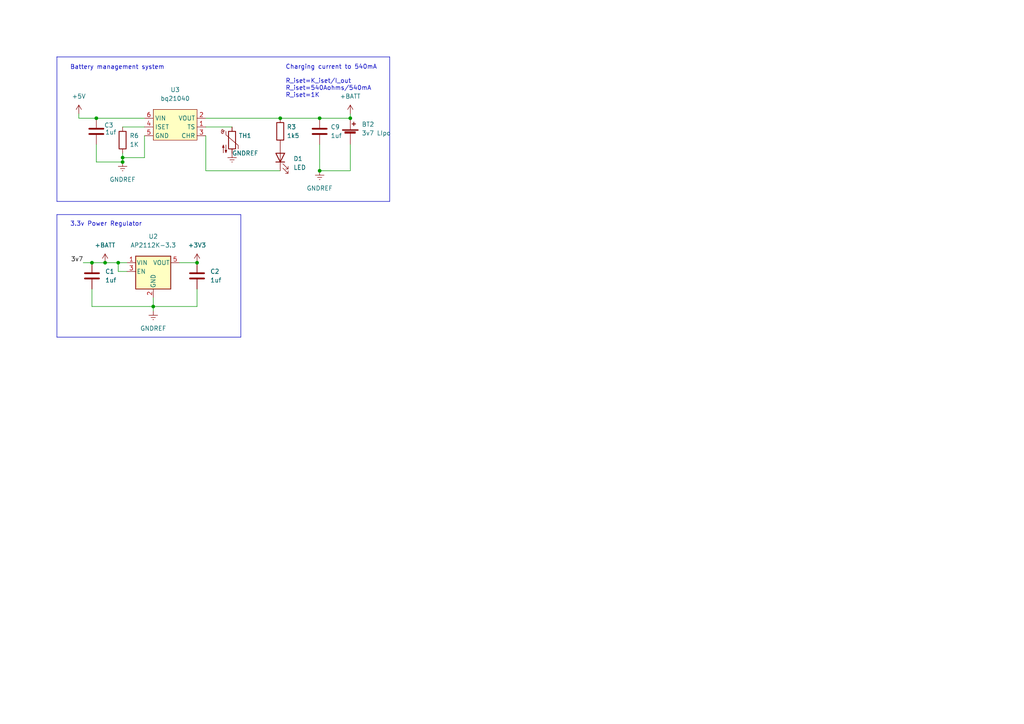
<source format=kicad_sch>
(kicad_sch (version 20230121) (generator eeschema)
  (paper "A4")
  (lib_symbols
    (symbol "Device:Battery_Cell" (pin_numbers hide) (pin_names (offset 0) hide)
      (property "Reference" "BT" (at 2.54 2.54 0))
      (property "Value" "Battery_Cell" (at 2.54 0 0))
      (symbol "Battery_Cell_0_1"
        (rectangle (start -2.286 1.778) (end 2.286 1.524) (fill (type outline)))
        (rectangle (start -1.5748 1.1938) (end 1.4732 0.6858) (fill (type outline)))
        (polyline (pts (xy 0 0.762) (xy 0 0)))
        (polyline (pts (xy 0 1.778) (xy 0 2.54)))
        (polyline (pts (xy 0.508 3.429) (xy 1.524 3.429)) (stroke (width 0.254)))
        (polyline (pts (xy 1.016 3.937) (xy 1.016 2.921)) (stroke (width 0.254)))
      )
      (symbol "Battery_Cell_1_1"
        (pin passive line (at 0 5.08 270) (length 2.54) (name "+") (number "1"))
        (pin passive line (at 0 -2.54 90) (length 2.54) (name "-") (number "2"))
      )
    )
    (symbol "Device:C" (pin_numbers hide) (pin_names (offset 0.254))
      (property "Reference" "C" (at 0.635 2.54 0))
      (property "Value" "C" (at 0.635 -2.54 0))
      (symbol "C_0_1"
        (polyline (pts (xy -2.032 -0.762) (xy 2.032 -0.762)) (stroke (width 0.508)))
        (polyline (pts (xy -2.032 0.762) (xy 2.032 0.762)) (stroke (width 0.508)))
      )
      (symbol "C_1_1"
        (pin passive line (at 0 3.81 270) (length 2.794) (name "~") (number "1"))
        (pin passive line (at 0 -3.81 90) (length 2.794) (name "~") (number "2"))
      )
    )
    (symbol "Device:LED" (pin_numbers hide) (pin_names (offset 1.016) hide)
      (property "Reference" "D" (at 0 2.54 0))
      (property "Value" "LED" (at 0 -2.54 0))
      (symbol "LED_0_1"
        (polyline (pts (xy -1.27 -1.27) (xy -1.27 1.27)) (stroke (width 0.254)))
        (polyline (pts (xy -1.27 0) (xy 1.27 0)))
        (polyline (pts (xy 1.27 -1.27) (xy 1.27 1.27) (xy -1.27 0) (xy 1.27 -1.27)) (stroke (width 0.254)))
        (polyline (pts (xy -3.048 -0.762) (xy -4.572 -2.286) (xy -3.81 -2.286) (xy -4.572 -2.286) (xy -4.572 -1.524)))
        (polyline (pts (xy -1.778 -0.762) (xy -3.302 -2.286) (xy -2.54 -2.286) (xy -3.302 -2.286) (xy -3.302 -1.524)))
      )
      (symbol "LED_1_1"
        (pin passive line (at -3.81 0 0) (length 2.54) (name "K") (number "1"))
        (pin passive line (at 3.81 0 180) (length 2.54) (name "A") (number "2"))
      )
    )
    (symbol "Device:R" (pin_numbers hide) (pin_names (offset 0))
      (property "Reference" "R" (at 2.032 0 90))
      (property "Value" "R" (at 0 0 90))
      (symbol "R_0_1"
        (rectangle (start -1.016 -2.54) (end 1.016 2.54) (stroke (width 0.254)))
      )
      (symbol "R_1_1"
        (pin passive line (at 0 3.81 270) (length 1.27) (name "~") (number "1"))
        (pin passive line (at 0 -3.81 90) (length 1.27) (name "~") (number "2"))
      )
    )
    (symbol "Device:Thermistor_NTC" (pin_numbers hide) (pin_names (offset 0))
      (property "Reference" "TH" (at -4.445 0 90))
      (property "Value" "Thermistor_NTC" (at 3.175 0 90))
      (symbol "Thermistor_NTC_0_1"
        (arc (start -3.048 2.159) (mid -3.0495 2.3143) (end -3.175 2.413))
        (arc (start -3.048 2.159) (mid -2.9736 1.9794) (end -2.794 1.905))
        (arc (start -3.048 2.794) (mid -2.9736 2.6144) (end -2.794 2.54))
        (arc (start -2.794 1.905) (mid -2.6144 1.9794) (end -2.54 2.159))
        (arc (start -2.794 2.54) (mid -2.4393 2.5587) (end -2.159 2.794))
        (arc (start -2.794 3.048) (mid -2.9736 2.9736) (end -3.048 2.794))
        (arc (start -2.54 2.794) (mid -2.6144 2.9736) (end -2.794 3.048))
        (rectangle (start -1.016 2.54) (end 1.016 -2.54) (stroke (width 0.254)))
        (polyline (pts (xy -2.54 2.159) (xy -2.54 2.794)))
        (polyline (pts (xy -1.778 2.54) (xy -1.778 1.524) (xy 1.778 -1.524) (xy 1.778 -2.54)))
        (polyline (pts (xy -2.54 -3.683) (xy -2.54 -1.397) (xy -2.794 -2.159) (xy -2.286 -2.159) (xy -2.54 -1.397) (xy -2.54 -1.651)) (fill (type outline)))
        (polyline (pts (xy -1.778 -1.397) (xy -1.778 -3.683) (xy -2.032 -2.921) (xy -1.524 -2.921) (xy -1.778 -3.683) (xy -1.778 -3.429)) (fill (type outline)))
      )
      (symbol "Thermistor_NTC_1_1"
        (pin passive line (at 0 3.81 270) (length 1.27) (name "~") (number "1"))
        (pin passive line (at 0 -3.81 90) (length 1.27) (name "~") (number "2"))
      )
    )
    (symbol "LCD_IIC_12864:bq21040"
      (property "Reference" "U" (at 0 8.89 0))
      (property "Value" "bq21040" (at 0 6.35 0))
      (symbol "bq21040_0_1"
        (rectangle (start -6.35 3.81) (end 6.35 -5.08) (fill (type background)))
      )
      (symbol "bq21040_1_1"
        (pin input line (at 8.89 -1.27 180) (length 2.54) (name "TS") (number "1"))
        (pin output line (at 8.89 1.27 180) (length 2.54) (name "VOUT") (number "2"))
        (pin output line (at 8.89 -3.81 180) (length 2.54) (name "CHR") (number "3"))
        (pin input line (at -8.89 -1.27 0) (length 2.54) (name "ISET") (number "4"))
        (pin input line (at -8.89 -3.81 0) (length 2.54) (name "GND") (number "5"))
        (pin input line (at -8.89 1.27 0) (length 2.54) (name "VIN") (number "6"))
      )
    )
    (symbol "Regulator_Linear:AP2112K-3.3" (pin_names (offset 0.254))
      (property "Reference" "U" (at -5.08 5.715 0))
      (property "Value" "AP2112K-3.3" (at 0 5.715 0))
      (symbol "AP2112K-3.3_0_1"
        (rectangle (start -5.08 4.445) (end 5.08 -5.08) (stroke (width 0.254)) (fill (type background)))
      )
      (symbol "AP2112K-3.3_1_1"
        (pin power_in line (at -7.62 2.54 0) (length 2.54) (name "VIN") (number "1"))
        (pin power_in line (at 0 -7.62 90) (length 2.54) (name "GND") (number "2"))
        (pin input line (at -7.62 0 0) (length 2.54) (name "EN") (number "3"))
        (pin no_connect line (at 5.08 0 180) (length 2.54) hide (name "NC") (number "4"))
        (pin power_out line (at 7.62 2.54 180) (length 2.54) (name "VOUT") (number "5"))
      )
    )
    (symbol "power:+3V3" (power) (pin_names (offset 0))
      (property "Value" "+3V3" (at 0 3.556 0))
      (symbol "+3V3_0_1"
        (polyline (pts (xy -0.762 1.27) (xy 0 2.54)))
        (polyline (pts (xy 0 0) (xy 0 2.54)))
        (polyline (pts (xy 0 2.54) (xy 0.762 1.27)))
      )
      (symbol "+3V3_1_1"
        (pin power_in line (at 0 0 90) (length 0) hide (name "+3V3") (number "1"))
      )
    )
    (symbol "power:+5V" (power) (pin_names (offset 0))
      (property "Value" "+5V" (at 0 3.556 0))
      (symbol "+5V_0_1"
        (polyline (pts (xy -0.762 1.27) (xy 0 2.54)))
        (polyline (pts (xy 0 0) (xy 0 2.54)))
        (polyline (pts (xy 0 2.54) (xy 0.762 1.27)))
      )
      (symbol "+5V_1_1"
        (pin power_in line (at 0 0 90) (length 0) hide (name "+5V") (number "1"))
      )
    )
    (symbol "power:+BATT" (power) (pin_names (offset 0))
      (property "Value" "+BATT" (at 0 3.556 0))
      (symbol "+BATT_0_1"
        (polyline (pts (xy -0.762 1.27) (xy 0 2.54)))
        (polyline (pts (xy 0 0) (xy 0 2.54)))
        (polyline (pts (xy 0 2.54) (xy 0.762 1.27)))
      )
      (symbol "+BATT_1_1"
        (pin power_in line (at 0 0 90) (length 0) hide (name "+BATT") (number "1"))
      )
    )
    (symbol "power:GNDREF" (power) (pin_names (offset 0))
      (property "Value" "GNDREF" (at 0 -3.81 0))
      (symbol "GNDREF_0_1"
        (polyline (pts (xy -0.635 -1.905) (xy 0.635 -1.905)))
        (polyline (pts (xy -0.127 -2.54) (xy 0.127 -2.54)))
        (polyline (pts (xy 0 -1.27) (xy 0 0)))
        (polyline (pts (xy 1.27 -1.27) (xy -1.27 -1.27)))
      )
      (symbol "GNDREF_1_1"
        (pin power_in line (at 0 0 270) (length 0) hide (name "GNDREF") (number "1"))
      )
    )
  )
  (junction (at 57.15 76.2))
  (junction (at 101.6 34.29))
  (junction (at 44.45 88.9))
  (junction (at 26.67 76.2))
  (junction (at 27.94 34.29))
  (junction (at 34.29 76.2))
  (junction (at 92.71 34.29))
  (junction (at 81.28 34.29))
  (junction (at 30.48 76.2))
  (junction (at 35.56 45.72))
  (junction (at 35.56 46.99))
  (junction (at 92.71 49.53))
  (wire (pts (xy 35.56 45.72) (xy 35.56 46.99)))
  (wire (pts (xy 101.6 33.02) (xy 101.6 34.29)))
  (polyline (pts (xy 16.51 16.51) (xy 113.03 16.51)))
  (wire (pts (xy 59.69 39.37) (xy 59.69 49.53)))
  (wire (pts (xy 92.71 41.91) (xy 92.71 49.53)))
  (wire (pts (xy 22.86 34.29) (xy 27.94 34.29)))
  (wire (pts (xy 26.67 88.9) (xy 44.45 88.9)))
  (wire (pts (xy 41.91 45.72) (xy 35.56 45.72)))
  (polyline (pts (xy 113.03 58.42) (xy 16.51 58.42)))
  (wire (pts (xy 52.07 76.2) (xy 57.15 76.2)))
  (wire (pts (xy 35.56 44.45) (xy 35.56 45.72)))
  (wire (pts (xy 44.45 88.9) (xy 44.45 90.17)))
  (wire (pts (xy 81.28 34.29) (xy 92.71 34.29)))
  (polyline (pts (xy 16.51 62.23) (xy 16.51 97.79)))
  (wire (pts (xy 44.45 88.9) (xy 44.45 86.36)))
  (wire (pts (xy 41.91 39.37) (xy 41.91 45.72)))
  (wire (pts (xy 101.6 49.53) (xy 92.71 49.53)))
  (polyline (pts (xy 16.51 62.23) (xy 69.85 62.23)))
  (wire (pts (xy 57.15 83.82) (xy 57.15 88.9)))
  (wire (pts (xy 27.94 34.29) (xy 41.91 34.29)))
  (polyline (pts (xy 16.51 16.51) (xy 16.51 16.51)))
  (wire (pts (xy 27.94 41.91) (xy 27.94 46.99)))
  (wire (pts (xy 26.67 83.82) (xy 26.67 88.9)))
  (polyline (pts (xy 113.03 16.51) (xy 113.03 58.42)))
  (wire (pts (xy 57.15 88.9) (xy 44.45 88.9)))
  (polyline (pts (xy 69.85 97.79) (xy 16.51 97.79)))
  (wire (pts (xy 24.13 76.2) (xy 26.67 76.2)))
  (wire (pts (xy 67.31 36.83) (xy 59.69 36.83)))
  (wire (pts (xy 27.94 46.99) (xy 35.56 46.99)))
  (wire (pts (xy 36.83 78.74) (xy 34.29 78.74)))
  (wire (pts (xy 34.29 76.2) (xy 36.83 76.2)))
  (wire (pts (xy 30.48 76.2) (xy 34.29 76.2)))
  (wire (pts (xy 59.69 49.53) (xy 81.28 49.53)))
  (wire (pts (xy 92.71 34.29) (xy 101.6 34.29)))
  (wire (pts (xy 101.6 41.91) (xy 101.6 49.53)))
  (wire (pts (xy 26.67 76.2) (xy 30.48 76.2)))
  (wire (pts (xy 22.86 33.02) (xy 22.86 34.29)))
  (wire (pts (xy 34.29 78.74) (xy 34.29 76.2)))
  (wire (pts (xy 59.69 34.29) (xy 81.28 34.29)))
  (polyline (pts (xy 16.51 58.42) (xy 16.51 16.51)))
  (polyline (pts (xy 69.85 62.23) (xy 69.85 97.79)))
  (wire (pts (xy 35.56 36.83) (xy 41.91 36.83)))
  (text "3.3v Power Regulator" (at 20.32 65.786 0) (effects (font (size 1.27 1.27)) (justify left bottom)))
  (text "Charging current to 540mA\n\nR_iset=K_iset/I_out\nR_iset=540Aohms/540mA\nR_iset=1K" (at 82.804 28.448 0) (effects (font (size 1.27 1.27)) (justify left bottom)))
  (text "Battery management system" (at 20.32 20.32 0) (effects (font (size 1.27 1.27)) (justify left bottom)))
  (label "3v7" (at 24.13 76.2 180))
  (symbol (lib_id "Device:R") (at 35.56 40.64 0) (unit 1)
    (property "Reference" "R6" (at 37.592 39.3699 0) (effects (justify left)))
    (property "Value" "1K" (at 37.592 41.9099 0) (effects (justify left)))
    (property "Footprint" "Resistor_SMD:R_0201_0603Metric_Pad0.64x0.40mm_HandSolder" (effects hide))
    (property "#LCSC Part" "re" (effects hide))
    (instances (project "Main_board" (path "" (reference "R6") (unit 1)) (path "" (reference "R3") (unit 1))))
  )
  (symbol (lib_id "power:GNDREF") (at 44.45 90.17 0) (unit 1)
    (property "Reference" "#PWR0101" (effects hide))
    (property "Value" "GNDREF" (at 44.45 95.25 0))
    (instances (project "Main_board" (path "" (reference "#PWR0101") (unit 1)) (path "" (reference "#PWR07") (unit 1))))
  )
  (symbol (lib_id "Device:LED") (at 81.28 45.72 90) (unit 1)
    (property "Reference" "D1" (at 85.09 46.0374 90) (effects (justify right)))
    (property "Value" "LED" (at 85.09 48.5774 90) (effects (justify right)))
    (property "Footprint" "LED_SMD:LED_0402_1005Metric_Pad0.77x0.64mm_HandSolder" (effects hide))
  )
  (symbol (lib_id "LCD_IIC_12864:bq21040") (at 50.8 35.56 0) (unit 1)
    (property "Reference" "U3" (at 50.8 26.035 0))
    (property "Value" "bq21040" (at 50.8 28.575 0))
    (property "Footprint" "Package_TO_SOT_SMD:SOT-23-6_Handsoldering" (effects hide))
  )
  (symbol (lib_id "Device:C") (at 92.71 38.1 180) (unit 1)
    (property "Reference" "C9" (at 95.885 36.8299 0) (effects (justify right)))
    (property "Value" "1uf" (at 95.885 39.3699 0) (effects (justify right)))
    (property "Footprint" "Capacitor_SMD:C_0201_0603Metric" (effects hide))
    (property "Datasheet" "https://datasheet.lcsc.com/lcsc/1810111211_FH--Guangdong-Fenghua-Advanced-Tech-0603B105K250NT_C59302.pdf" (effects hide))
    (property "#LCSC Part" "C59302" (effects hide))
  )
  (symbol (lib_id "power:GNDREF") (at 67.31 44.45 0) (unit 1)
    (property "Reference" "#PWR0105" (effects hide))
    (property "Value" "GNDREF" (at 71.12 44.45 0))
    (instances (project "Main_board" (path "" (reference "#PWR0105") (unit 1)) (path "" (reference "#PWR03") (unit 1))))
  )
  (symbol (lib_id "Device:R") (at 81.28 38.1 180) (unit 1)
    (property "Reference" "R3" (at 83.185 36.8299 0) (effects (justify right)))
    (property "Value" "1k5" (at 83.185 39.3699 0) (effects (justify right)))
    (property "Footprint" "Resistor_SMD:R_0201_0603Metric_Pad0.64x0.40mm_HandSolder" (effects hide))
    (instances (project "Main_board" (path "" (reference "R3") (unit 1)) (path "" (reference "R6") (unit 1))))
  )
  (symbol (lib_id "power:+BATT") (at 101.6 33.02 0) (unit 1)
    (property "Reference" "#PWR0129" (effects hide))
    (property "Value" "+BATT" (at 101.6 27.94 0))
    (instances (project "Main_board" (path "" (reference "#PWR0129") (unit 1)) (path "" (reference "#PWR05") (unit 1))))
  )
  (symbol (lib_id "power:+3V3") (at 57.15 76.2 0) (unit 1)
    (property "Reference" "#PWR0103" (effects hide))
    (property "Value" "+3V3" (at 57.15 71.12 0))
    (instances (project "Main_board" (path "" (reference "#PWR0103") (unit 1)) (path "" (reference "#PWR08") (unit 1))))
  )
  (symbol (lib_id "Device:C") (at 26.67 80.01 0) (unit 1)
    (property "Reference" "C1" (at 30.48 78.7399 0) (effects (justify left)))
    (property "Value" "1uf" (at 30.48 81.2799 0) (effects (justify left)))
    (property "Footprint" "Capacitor_SMD:C_0201_0603Metric" (effects hide))
    (property "#LCSC Part" "C59302" (effects hide))
  )
  (symbol (lib_id "power:+5V") (at 22.86 33.02 0) (unit 1)
    (property "Reference" "#PWR0119" (effects hide))
    (property "Value" "+5V" (at 22.86 27.94 0))
    (instances (project "Main_board" (path "" (reference "#PWR0119") (unit 1)) (path "" (reference "#PWR01") (unit 1))))
  )
  (symbol (lib_id "Device:C") (at 27.94 38.1 180) (unit 1)
    (property "Reference" "C3" (at 30.226 36.322 0) (effects (justify right)))
    (property "Value" "1uf" (at 30.48 38.354 0) (effects (justify right)))
    (property "Footprint" "Capacitor_SMD:C_0201_0603Metric" (effects hide))
    (property "Datasheet" "https://datasheet.lcsc.com/lcsc/1810111211_FH--Guangdong-Fenghua-Advanced-Tech-0603B105K250NT_C59302.pdf" (effects hide))
    (property "#LCSC Part" "C59302" (effects hide))
  )
  (symbol (lib_id "Device:C") (at 57.15 80.01 0) (unit 1)
    (property "Reference" "C2" (at 60.96 78.7399 0) (effects (justify left)))
    (property "Value" "1uf" (at 60.96 81.2799 0) (effects (justify left)))
    (property "Footprint" "Capacitor_SMD:C_0201_0603Metric" (effects hide))
    (property "#LCSC Part" "C59302" (effects hide))
  )
  (symbol (lib_id "power:GNDREF") (at 92.71 49.53 0) (unit 1)
    (property "Reference" "#PWR0106" (effects hide))
    (property "Value" "GNDREF" (at 92.71 54.61 0))
    (instances (project "Main_board" (path "" (reference "#PWR0106") (unit 1)) (path "" (reference "#PWR04") (unit 1))))
  )
  (symbol (lib_id "power:GNDREF") (at 35.56 46.99 0) (unit 1)
    (property "Reference" "#PWR0128" (effects hide))
    (property "Value" "GNDREF" (at 35.56 52.07 0))
    (instances (project "Main_board" (path "" (reference "#PWR0128") (unit 1)) (path "" (reference "#PWR02") (unit 1))))
  )
  (symbol (lib_id "Device:Thermistor_NTC") (at 67.31 40.64 0) (unit 1)
    (property "Reference" "TH1" (at 69.215 39.37 0) (effects (justify left)))
    (property "Value" "NCP18XH103F03RB" (effects hide))
    (property "Footprint" "Resistor_SMD:R_0603_1608Metric" (effects hide))
  )
  (symbol (lib_id "Regulator_Linear:AP2112K-3.3") (at 44.45 78.74 0) (unit 1)
    (property "Reference" "U2" (at 44.45 68.58 0))
    (property "Value" "AP2112K-3.3" (at 44.45 71.12 0))
    (property "Footprint" "Package_TO_SOT_SMD:SOT-23-5" (effects hide))
    (property "Datasheet" "https://datasheet.lcsc.com/lcsc/1809192242_Diodes-Incorporated-AP2112K-3-3TRG1_C51118.pdf" (effects hide))
    (property "#LCSC Part" "C51118" (effects hide))
  )
  (symbol (lib_id "Device:Battery_Cell") (at 101.6 39.37 0) (unit 1)
    (property "Reference" "BT2" (at 104.902 36.0679 0) (effects (justify left)))
    (property "Value" "3v7 LIpo" (at 104.902 38.6079 0) (effects (justify left)))
    (property "Footprint" "LCD:lipo_battery_800mA" (effects hide))
  )
  (symbol (lib_id "power:+BATT") (at 30.48 76.2 0) (unit 1)
    (property "Reference" "#PWR0102" (effects hide))
    (property "Value" "+BATT" (at 30.48 71.12 0))
    (instances (project "Main_board" (path "" (reference "#PWR0102") (unit 1)) (path "" (reference "#PWR06") (unit 1))))
  )
)
</source>
